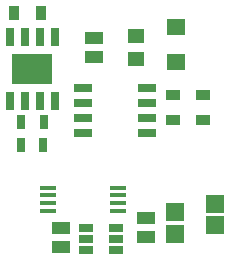
<source format=gtp>
G04*
G04 #@! TF.GenerationSoftware,Altium Limited,Altium Designer,24.2.2 (26)*
G04*
G04 Layer_Color=8421504*
%FSLAX25Y25*%
%MOIN*%
G70*
G04*
G04 #@! TF.SameCoordinates,6727E026-D54A-49E6-9AE1-AA62B6963756*
G04*
G04*
G04 #@! TF.FilePolarity,Positive*
G04*
G01*
G75*
%ADD12R,0.06004X0.02559*%
%ADD13R,0.04724X0.03543*%
%ADD14R,0.05756X0.04953*%
%ADD15R,0.06299X0.05512*%
%ADD16R,0.05807X0.01772*%
%ADD17R,0.06127X0.05924*%
%ADD18R,0.03543X0.04724*%
%ADD19R,0.02756X0.05118*%
%ADD20R,0.05906X0.04055*%
%ADD21R,0.04724X0.02559*%
%ADD22R,0.13394X0.09894*%
%ADD23R,0.02756X0.06004*%
D12*
X-10677Y7500D02*
D03*
Y2500D02*
D03*
Y-2500D02*
D03*
Y-7500D02*
D03*
X10677D02*
D03*
Y-2500D02*
D03*
Y2500D02*
D03*
Y7500D02*
D03*
D13*
X29500Y-3134D02*
D03*
Y5134D02*
D03*
X19500Y-3134D02*
D03*
Y5134D02*
D03*
D14*
X7000Y24846D02*
D03*
Y17154D02*
D03*
D15*
X20500Y27906D02*
D03*
Y16094D02*
D03*
D16*
X1067Y-33339D02*
D03*
Y-30780D02*
D03*
Y-28220D02*
D03*
Y-25661D02*
D03*
X-22067D02*
D03*
Y-28220D02*
D03*
Y-30780D02*
D03*
Y-33339D02*
D03*
D17*
X33500Y-31034D02*
D03*
Y-38166D02*
D03*
X20200Y-33934D02*
D03*
Y-41066D02*
D03*
D18*
X-33528Y32500D02*
D03*
X-24472D02*
D03*
D19*
X-23622Y-3937D02*
D03*
X-31102D02*
D03*
X-23720Y-11516D02*
D03*
X-31201D02*
D03*
D20*
X-18000Y-39122D02*
D03*
Y-45500D02*
D03*
X-7000Y24189D02*
D03*
Y17811D02*
D03*
X10532Y-42067D02*
D03*
Y-35689D02*
D03*
D21*
X-9421Y-46440D02*
D03*
Y-42700D02*
D03*
Y-38960D02*
D03*
X421D02*
D03*
Y-42700D02*
D03*
Y-46440D02*
D03*
D22*
X-27500Y13823D02*
D03*
D23*
X-20000Y3146D02*
D03*
X-25000D02*
D03*
X-30000D02*
D03*
X-35000D02*
D03*
Y24500D02*
D03*
X-30000D02*
D03*
X-25000D02*
D03*
X-20000D02*
D03*
M02*

</source>
